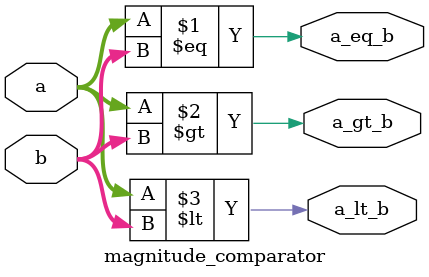
<source format=v>
`timescale 1ns / 1ps


module magnitude_comparator (
    input [3:0] a,
    input [3:0] b,
    output a_gt_b,    // a > b
    output a_eq_b,    // a = b
    output a_lt_b     // a < b
);
    // Compare equality
    assign a_eq_b = (a == b);
    
    // Compare greater than
    assign a_gt_b = (a > b);
    
    // Compare less than
    assign a_lt_b = (a < b);

endmodule

</source>
